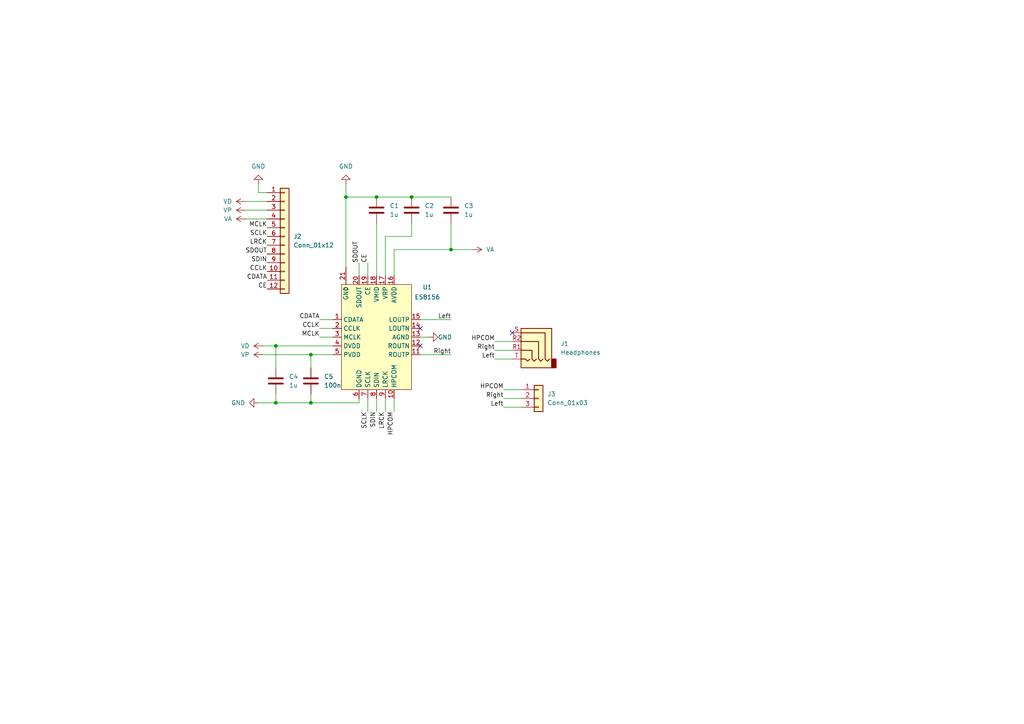
<source format=kicad_sch>
(kicad_sch (version 20250114) (generator "eeschema") (generator_version "9.0")
  (paper "A4")
  (lib_symbols
    (symbol "Connector_Audio:AudioJack4"
      (property "Reference" "J" (at 0 8.89 0))
      (property "Value" "AudioJack4" (at 0 6.35 0))
      (symbol "AudioJack4_0_1"
        (rectangle (start -6.35 -5.08) (end -7.62 -7.62) (stroke (width 0.254)) (fill (type outline)))
        (polyline (pts (xy -5.715 -5.08) (xy -5.08 -5.715) (xy -4.445 -5.08) (xy -4.445 2.54) (xy 2.54 2.54)) (stroke (width 0.254)))
        (polyline (pts (xy -1.905 -5.08) (xy -1.27 -5.715) (xy -0.635 -5.08) (xy -0.635 -2.54) (xy 2.54 -2.54)) (stroke (width 0.254)))
        (polyline (pts (xy 0 -5.08) (xy 0.635 -5.715) (xy 1.27 -5.08) (xy 2.54 -5.08)) (stroke (width 0.254)))
        (rectangle (start 2.54 3.81) (end -6.35 -7.62) (stroke (width 0.254)) (fill (type background)))
        (polyline (pts (xy 2.54 0) (xy -2.54 0) (xy -2.54 -5.08) (xy -3.175 -5.715) (xy -3.81 -5.08)) (stroke (width 0.254)))
      )
      (symbol "AudioJack4_1_1"
        (pin passive line (at 5.08 2.54 180) (length 2.54) (name "~") (number "S"))
        (pin passive line (at 5.08 0 180) (length 2.54) (name "~") (number "R2"))
        (pin passive line (at 5.08 -2.54 180) (length 2.54) (name "~") (number "R1"))
        (pin passive line (at 5.08 -5.08 180) (length 2.54) (name "~") (number "T"))
      )
    )
    (symbol "Connector_Generic:Conn_01x03" (pin_names (offset 1.016) (hide yes))
      (property "Reference" "J" (at 0 5.08 0))
      (property "Value" "Conn_01x03" (at 0 -5.08 0))
      (symbol "Conn_01x03_1_1"
        (rectangle (start -1.27 3.81) (end 1.27 -3.81) (stroke (width 0.254)) (fill (type background)))
        (rectangle (start -1.27 2.667) (end 0 2.413) (stroke (width 0.1524)))
        (rectangle (start -1.27 0.127) (end 0 -0.127) (stroke (width 0.1524)))
        (rectangle (start -1.27 -2.413) (end 0 -2.667) (stroke (width 0.1524)))
        (pin passive line (at -5.08 2.54 0) (length 3.81) (name "Pin_1") (number "1"))
        (pin passive line (at -5.08 0 0) (length 3.81) (name "Pin_2") (number "2"))
        (pin passive line (at -5.08 -2.54 0) (length 3.81) (name "Pin_3") (number "3"))
      )
    )
    (symbol "Connector_Generic:Conn_01x12" (pin_names (offset 1.016) (hide yes))
      (property "Reference" "J" (at 0 15.24 0))
      (property "Value" "Conn_01x12" (at 0 -17.78 0))
      (symbol "Conn_01x12_1_1"
        (rectangle (start -1.27 13.97) (end 1.27 -16.51) (stroke (width 0.254)) (fill (type background)))
        (rectangle (start -1.27 12.827) (end 0 12.573) (stroke (width 0.1524)))
        (rectangle (start -1.27 10.287) (end 0 10.033) (stroke (width 0.1524)))
        (rectangle (start -1.27 7.747) (end 0 7.493) (stroke (width 0.1524)))
        (rectangle (start -1.27 5.207) (end 0 4.953) (stroke (width 0.1524)))
        (rectangle (start -1.27 2.667) (end 0 2.413) (stroke (width 0.1524)))
        (rectangle (start -1.27 0.127) (end 0 -0.127) (stroke (width 0.1524)))
        (rectangle (start -1.27 -2.413) (end 0 -2.667) (stroke (width 0.1524)))
        (rectangle (start -1.27 -4.953) (end 0 -5.207) (stroke (width 0.1524)))
        (rectangle (start -1.27 -7.493) (end 0 -7.747) (stroke (width 0.1524)))
        (rectangle (start -1.27 -10.033) (end 0 -10.287) (stroke (width 0.1524)))
        (rectangle (start -1.27 -12.573) (end 0 -12.827) (stroke (width 0.1524)))
        (rectangle (start -1.27 -15.113) (end 0 -15.367) (stroke (width 0.1524)))
        (pin passive line (at -5.08 12.7 0) (length 3.81) (name "Pin_1") (number "1"))
        (pin passive line (at -5.08 10.16 0) (length 3.81) (name "Pin_2") (number "2"))
        (pin passive line (at -5.08 7.62 0) (length 3.81) (name "Pin_3") (number "3"))
        (pin passive line (at -5.08 5.08 0) (length 3.81) (name "Pin_4") (number "4"))
        (pin passive line (at -5.08 2.54 0) (length 3.81) (name "Pin_5") (number "5"))
        (pin passive line (at -5.08 0 0) (length 3.81) (name "Pin_6") (number "6"))
        (pin passive line (at -5.08 -2.54 0) (length 3.81) (name "Pin_7") (number "7"))
        (pin passive line (at -5.08 -5.08 0) (length 3.81) (name "Pin_8") (number "8"))
        (pin passive line (at -5.08 -7.62 0) (length 3.81) (name "Pin_9") (number "9"))
        (pin passive line (at -5.08 -10.16 0) (length 3.81) (name "Pin_10") (number "10"))
        (pin passive line (at -5.08 -12.7 0) (length 3.81) (name "Pin_11") (number "11"))
        (pin passive line (at -5.08 -15.24 0) (length 3.81) (name "Pin_12") (number "12"))
      )
    )
    (symbol "Device:C" (pin_numbers (hide yes)) (pin_names (offset 0.254))
      (property "Reference" "C" (at 0.635 2.54 0))
      (property "Value" "C" (at 0.635 -2.54 0))
      (symbol "C_0_1"
        (polyline (pts (xy -2.032 0.762) (xy 2.032 0.762)) (stroke (width 0.508)))
        (polyline (pts (xy -2.032 -0.762) (xy 2.032 -0.762)) (stroke (width 0.508)))
      )
      (symbol "C_1_1"
        (pin passive line (at 0 3.81 270) (length 2.794) (name "~") (number "1"))
        (pin passive line (at 0 -3.81 90) (length 2.794) (name "~") (number "2"))
      )
    )
    (symbol "lcsc:ES8156"
      (property "Reference" "U" (at 0 25.4 0))
      (property "Value" "ES8156" (at 0 -22.86 0))
      (symbol "ES8156_0_1"
        (rectangle (start -10.16 15.24) (end 10.16 -15.24) (fill (type background)))
        (circle (center -8.89 13.97) (radius 0.38))
        (pin unspecified line (at -12.7 5.08 0) (length 2.54) (name "CDATA") (number "1"))
        (pin unspecified line (at -12.7 2.54 0) (length 2.54) (name "CCLK") (number "2"))
        (pin unspecified line (at -12.7 0 0) (length 2.54) (name "MCLK") (number "3"))
        (pin unspecified line (at -12.7 -2.54 0) (length 2.54) (name "DVDD") (number "4"))
        (pin unspecified line (at -12.7 -5.08 0) (length 2.54) (name "PVDD") (number "5"))
        (pin unspecified line (at -8.89 20.32 270) (length 5.08) (name "GND") (number "21"))
        (pin unspecified line (at -5.08 17.78 270) (length 2.54) (name "SDOUT") (number "20"))
        (pin unspecified line (at -5.08 -17.78 90) (length 2.54) (name "DGND") (number "6"))
        (pin unspecified line (at -2.54 17.78 270) (length 2.54) (name "CE") (number "19"))
        (pin unspecified line (at -2.54 -17.78 90) (length 2.54) (name "SCLK") (number "7"))
        (pin unspecified line (at 0 17.78 270) (length 2.54) (name "VMID") (number "18"))
        (pin unspecified line (at 0 -17.78 90) (length 2.54) (name "SDIN") (number "8"))
        (pin unspecified line (at 2.54 17.78 270) (length 2.54) (name "VRP") (number "17"))
        (pin unspecified line (at 2.54 -17.78 90) (length 2.54) (name "LRCK") (number "9"))
        (pin unspecified line (at 5.08 17.78 270) (length 2.54) (name "AVDD") (number "16"))
        (pin unspecified line (at 5.08 -17.78 90) (length 2.54) (name "HPCOM") (number "10"))
        (pin unspecified line (at 12.7 5.08 180) (length 2.54) (name "LOUTP") (number "15"))
        (pin unspecified line (at 12.7 2.54 180) (length 2.54) (name "LOUTN") (number "14"))
        (pin unspecified line (at 12.7 0 180) (length 2.54) (name "AGND") (number "13"))
        (pin unspecified line (at 12.7 -2.54 180) (length 2.54) (name "ROUTN") (number "12"))
        (pin unspecified line (at 12.7 -5.08 180) (length 2.54) (name "ROUTP") (number "11"))
      )
    )
    (symbol "power:GND" (power) (pin_numbers (hide yes)) (pin_names (offset 0) (hide yes))
      (property "Value" "GND" (at 0 -3.81 0))
      (symbol "GND_0_1"
        (polyline (pts (xy 0 0) (xy 0 -1.27) (xy 1.27 -1.27) (xy 0 -2.54) (xy -1.27 -1.27) (xy 0 -1.27)))
      )
      (symbol "GND_1_1"
        (pin power_in line (at 0 0 270) (length 0) (name "~") (number "1"))
      )
    )
    (symbol "power:VDD" (power) (pin_numbers (hide yes)) (pin_names (offset 0) (hide yes))
      (property "Value" "VDD" (at 0 3.556 0))
      (symbol "VDD_0_1"
        (polyline (pts (xy -0.762 1.27) (xy 0 2.54)))
        (polyline (pts (xy 0 2.54) (xy 0.762 1.27)))
        (polyline (pts (xy 0 0) (xy 0 2.54)))
      )
      (symbol "VDD_1_1"
        (pin power_in line (at 0 0 90) (length 0) (name "~") (number "1"))
      )
    )
    (symbol "power:VDDA" (power) (pin_numbers (hide yes)) (pin_names (offset 0) (hide yes))
      (property "Value" "VDDA" (at 0 3.556 0))
      (symbol "VDDA_0_1"
        (polyline (pts (xy -0.762 1.27) (xy 0 2.54)))
        (polyline (pts (xy 0 2.54) (xy 0.762 1.27)))
        (polyline (pts (xy 0 0) (xy 0 2.54)))
      )
      (symbol "VDDA_1_1"
        (pin power_in line (at 0 0 90) (length 0) (name "~") (number "1"))
      )
    )
  )
  (junction (at 100.33 57.15))
  (junction (at 80.01 116.84))
  (junction (at 90.17 102.87))
  (junction (at 109.22 57.15))
  (junction (at 130.81 72.39))
  (junction (at 119.38 57.15))
  (junction (at 90.17 116.84))
  (junction (at 80.01 100.33))
  (no_connect (at 121.92 95.25))
  (no_connect (at 121.92 100.33))
  (no_connect (at 148.59 96.52))
  (wire (pts (xy 143.51 104.14) (xy 148.59 104.14)))
  (wire (pts (xy 92.71 95.25) (xy 96.52 95.25)))
  (wire (pts (xy 119.38 68.58) (xy 119.38 64.77)))
  (wire (pts (xy 80.01 114.3) (xy 80.01 116.84)))
  (wire (pts (xy 146.05 115.57) (xy 151.13 115.57)))
  (wire (pts (xy 121.92 102.87) (xy 130.81 102.87)))
  (wire (pts (xy 114.3 119.38) (xy 114.3 115.57)))
  (wire (pts (xy 143.51 99.06) (xy 148.59 99.06)))
  (wire (pts (xy 74.93 53.34) (xy 74.93 55.88)))
  (wire (pts (xy 71.12 60.96) (xy 77.47 60.96)))
  (wire (pts (xy 124.46 97.79) (xy 121.92 97.79)))
  (wire (pts (xy 90.17 116.84) (xy 104.14 116.84)))
  (wire (pts (xy 111.76 80.01) (xy 111.76 68.58)))
  (wire (pts (xy 71.12 58.42) (xy 77.47 58.42)))
  (wire (pts (xy 106.68 119.38) (xy 106.68 115.57)))
  (wire (pts (xy 76.2 100.33) (xy 80.01 100.33)))
  (wire (pts (xy 74.93 55.88) (xy 77.47 55.88)))
  (wire (pts (xy 74.93 116.84) (xy 80.01 116.84)))
  (wire (pts (xy 92.71 92.71) (xy 96.52 92.71)))
  (wire (pts (xy 90.17 102.87) (xy 96.52 102.87)))
  (wire (pts (xy 96.52 100.33) (xy 80.01 100.33)))
  (wire (pts (xy 146.05 118.11) (xy 151.13 118.11)))
  (wire (pts (xy 90.17 106.68) (xy 90.17 102.87)))
  (wire (pts (xy 90.17 114.3) (xy 90.17 116.84)))
  (wire (pts (xy 106.68 76.2) (xy 106.68 80.01)))
  (wire (pts (xy 92.71 97.79) (xy 96.52 97.79)))
  (wire (pts (xy 146.05 113.03) (xy 151.13 113.03)))
  (wire (pts (xy 143.51 101.6) (xy 148.59 101.6)))
  (wire (pts (xy 111.76 68.58) (xy 119.38 68.58)))
  (wire (pts (xy 109.22 57.15) (xy 119.38 57.15)))
  (wire (pts (xy 119.38 57.15) (xy 130.81 57.15)))
  (wire (pts (xy 100.33 57.15) (xy 109.22 57.15)))
  (wire (pts (xy 130.81 72.39) (xy 114.3 72.39)))
  (wire (pts (xy 104.14 76.2) (xy 104.14 80.01)))
  (wire (pts (xy 114.3 72.39) (xy 114.3 80.01)))
  (wire (pts (xy 71.12 63.5) (xy 77.47 63.5)))
  (wire (pts (xy 121.92 92.71) (xy 130.81 92.71)))
  (wire (pts (xy 100.33 53.34) (xy 100.33 57.15)))
  (wire (pts (xy 109.22 64.77) (xy 109.22 80.01)))
  (wire (pts (xy 111.76 119.38) (xy 111.76 115.57)))
  (wire (pts (xy 80.01 116.84) (xy 90.17 116.84)))
  (wire (pts (xy 80.01 100.33) (xy 80.01 106.68)))
  (wire (pts (xy 104.14 116.84) (xy 104.14 115.57)))
  (wire (pts (xy 130.81 64.77) (xy 130.81 72.39)))
  (wire (pts (xy 76.2 102.87) (xy 90.17 102.87)))
  (wire (pts (xy 109.22 119.38) (xy 109.22 115.57)))
  (wire (pts (xy 130.81 72.39) (xy 137.16 72.39)))
  (wire (pts (xy 100.33 57.15) (xy 100.33 77.47)))
  (label "CCLK" (at 77.47 78.74 180))
  (label "CE" (at 106.68 76.2 90))
  (label "MCLK" (at 92.71 97.79 180))
  (label "Right" (at 143.51 101.6 180))
  (label "SDOUT" (at 104.14 76.2 90))
  (label "Right" (at 146.05 115.57 180))
  (label "Left" (at 130.81 92.71 180))
  (label "HPCOM" (at 146.05 113.03 180))
  (label "HPCOM" (at 143.51 99.06 180))
  (label "HPCOM" (at 114.3 119.38 270))
  (label "Right" (at 130.81 102.87 180))
  (label "SCLK" (at 77.47 68.58 180))
  (label "SDIN" (at 109.22 119.38 270))
  (label "SDOUT" (at 77.47 73.66 180))
  (label "Left" (at 146.05 118.11 180))
  (label "CE" (at 77.47 83.82 180))
  (label "LRCK" (at 77.47 71.12 180))
  (label "Left" (at 143.51 104.14 180))
  (label "SDIN" (at 77.47 76.2 180))
  (label "SCLK" (at 106.68 119.38 270))
  (label "MCLK" (at 77.47 66.04 180))
  (label "CDATA" (at 77.47 81.28 180))
  (label "CCLK" (at 92.71 95.25 180))
  (label "CDATA" (at 92.71 92.71 180))
  (label "LRCK" (at 111.76 119.38 270))
  (symbol (lib_id "power:VDD") (at 71.12 58.42 90) (unit 1)
    (property "Reference" "#PWR08" (effects (hide yes)))
    (property "Value" "VD" (at 67.31 58.4199 90) (effects (justify left)))
    (property "Description" "Power symbol creates a global label with name \"VDD\"" (effects (hide yes)))
  )
  (symbol (lib_id "Device:C") (at 80.01 110.49 0) (unit 1)
    (property "Reference" "C4" (at 83.82 109.2199 0) (effects (justify left)))
    (property "Value" "1u" (at 83.82 111.7599 0) (effects (justify left)))
    (property "Footprint" "Capacitor_SMD:C_0603_1608Metric_Pad1.08x0.95mm_HandSolder" (effects (hide yes)))
    (property "Description" "Unpolarized capacitor" (effects (hide yes)))
  )
  (symbol (lib_id "Device:C") (at 90.17 110.49 0) (unit 1)
    (property "Reference" "C5" (at 93.98 109.2199 0) (effects (justify left)))
    (property "Value" "100n" (at 93.98 111.7599 0) (effects (justify left)))
    (property "Footprint" "Capacitor_SMD:C_0603_1608Metric_Pad1.08x0.95mm_HandSolder" (effects (hide yes)))
    (property "Description" "Unpolarized capacitor" (effects (hide yes)))
  )
  (symbol (lib_id "power:VDDA") (at 71.12 60.96 90) (unit 1)
    (property "Reference" "#PWR09" (effects (hide yes)))
    (property "Value" "VP" (at 67.31 60.9599 90) (effects (justify left)))
    (property "Description" "Power symbol creates a global label with name \"VDDA\"" (effects (hide yes)))
  )
  (symbol (lib_id "power:GND") (at 124.46 97.79 90) (unit 1)
    (property "Reference" "#PWR01" (effects (hide yes)))
    (property "Value" "GND" (at 127 97.7899 90) (effects (justify right)))
    (property "Description" "Power symbol creates a global label with name \"GND\" , ground" (effects (hide yes)))
  )
  (symbol (lib_id "power:VDDA") (at 71.12 63.5 90) (mirror x) (unit 1)
    (property "Reference" "#PWR010" (effects (hide yes)))
    (property "Value" "VA" (at 67.31 63.4999 90) (effects (justify left)))
    (property "Description" "Power symbol creates a global label with name \"VDDA\"" (effects (hide yes)))
  )
  (symbol (lib_id "power:VDDA") (at 76.2 102.87 90) (unit 1)
    (property "Reference" "#PWR06" (effects (hide yes)))
    (property "Value" "VP" (at 72.39 102.8699 90) (effects (justify left)))
    (property "Description" "Power symbol creates a global label with name \"VDDA\"" (effects (hide yes)))
  )
  (symbol (lib_id "Device:C") (at 119.38 60.96 0) (unit 1)
    (property "Reference" "C2" (at 123.19 59.6899 0) (effects (justify left)))
    (property "Value" "1u" (at 123.19 62.2299 0) (effects (justify left)))
    (property "Footprint" "Capacitor_SMD:C_0603_1608Metric_Pad1.08x0.95mm_HandSolder" (effects (hide yes)))
    (property "Description" "Unpolarized capacitor" (effects (hide yes)))
  )
  (symbol (lib_id "Device:C") (at 130.81 60.96 0) (unit 1)
    (property "Reference" "C3" (at 134.62 59.6899 0) (effects (justify left)))
    (property "Value" "1u" (at 134.62 62.2299 0) (effects (justify left)))
    (property "Footprint" "Capacitor_SMD:C_0603_1608Metric_Pad1.08x0.95mm_HandSolder" (effects (hide yes)))
    (property "Description" "Unpolarized capacitor" (effects (hide yes)))
  )
  (symbol (lib_id "Connector_Audio:AudioJack4") (at 153.67 99.06 0) (mirror y) (unit 1)
    (property "Reference" "J1" (at 162.56 99.6949 0) (effects (justify right)))
    (property "Value" "Headphones" (at 162.56 102.2349 0) (effects (justify right)))
    (property "Footprint" "Connector_Audio:Jack_3.5mm_PJ320D_Horizontal" (effects (hide yes)))
    (property "Description" "Audio Jack, 4 Poles (TRRS)" (effects (hide yes)))
  )
  (symbol (lib_id "power:GND") (at 74.93 53.34 180) (unit 1)
    (property "Reference" "#PWR03" (effects (hide yes)))
    (property "Value" "GND" (at 74.93 48.26 0))
    (property "Description" "Power symbol creates a global label with name \"GND\" , ground" (effects (hide yes)))
  )
  (symbol (lib_id "Connector_Generic:Conn_01x03") (at 156.21 115.57 0) (unit 1)
    (property "Reference" "J3" (at 158.75 114.2999 0) (effects (justify left)))
    (property "Value" "Conn_01x03" (at 158.75 116.8399 0) (effects (justify left)))
    (property "Footprint" "Connector_PinHeader_2.54mm:PinHeader_1x03_P2.54mm_Vertical" (effects (hide yes)))
    (property "Description" "Generic connector, single row, 01x03, script generated (kicad-library-utils/schlib/autogen/connector/)" (effects (hide yes)))
  )
  (symbol (lib_id "Connector_Generic:Conn_01x12") (at 82.55 68.58 0) (unit 1)
    (property "Reference" "J2" (at 85.09 68.5799 0) (effects (justify left)))
    (property "Value" "Conn_01x12" (at 85.09 71.1199 0) (effects (justify left)))
    (property "Footprint" "Connector_PinHeader_2.54mm:PinHeader_1x12_P2.54mm_Vertical" (effects (hide yes)))
    (property "Description" "Generic connector, single row, 01x12, script generated (kicad-library-utils/schlib/autogen/connector/)" (effects (hide yes)))
  )
  (symbol (lib_id "power:VDDA") (at 137.16 72.39 270) (unit 1)
    (property "Reference" "#PWR07" (effects (hide yes)))
    (property "Value" "VA" (at 140.97 72.3899 90) (effects (justify left)))
    (property "Description" "Power symbol creates a global label with name \"VDDA\"" (effects (hide yes)))
  )
  (symbol (lib_id "lcsc:ES8156") (at 109.22 97.79 0) (unit 1)
    (property "Reference" "U1" (at 123.952 83.312 0))
    (property "Value" "ES8156" (at 123.952 86.1762 0))
    (property "Footprint" "lcsc:QFN-20_L3.0-W3.0-P0.40-TL-EP1.7" (effects (hide yes)))
    (property "LCSC Part" "C2887138" (effects (hide yes)))
  )
  (symbol (lib_id "power:VDD") (at 76.2 100.33 90) (unit 1)
    (property "Reference" "#PWR05" (effects (hide yes)))
    (property "Value" "VD" (at 72.39 100.3299 90) (effects (justify left)))
    (property "Description" "Power symbol creates a global label with name \"VDD\"" (effects (hide yes)))
  )
  (symbol (lib_id "power:GND") (at 100.33 53.34 180) (unit 1)
    (property "Reference" "#PWR02" (effects (hide yes)))
    (property "Value" "GND" (at 100.33 48.26 0))
    (property "Description" "Power symbol creates a global label with name \"GND\" , ground" (effects (hide yes)))
  )
  (symbol (lib_id "Device:C") (at 109.22 60.96 0) (unit 1)
    (property "Reference" "C1" (at 113.03 59.6899 0) (effects (justify left)))
    (property "Value" "1u" (at 113.03 62.2299 0) (effects (justify left)))
    (property "Footprint" "Capacitor_SMD:C_0603_1608Metric_Pad1.08x0.95mm_HandSolder" (effects (hide yes)))
    (property "Description" "Unpolarized capacitor" (effects (hide yes)))
  )
  (symbol (lib_id "power:GND") (at 74.93 116.84 270) (unit 1)
    (property "Reference" "#PWR04" (effects (hide yes)))
    (property "Value" "GND" (at 71.12 116.8399 90) (effects (justify right)))
    (property "Description" "Power symbol creates a global label with name \"GND\" , ground" (effects (hide yes)))
  )
)
</source>
